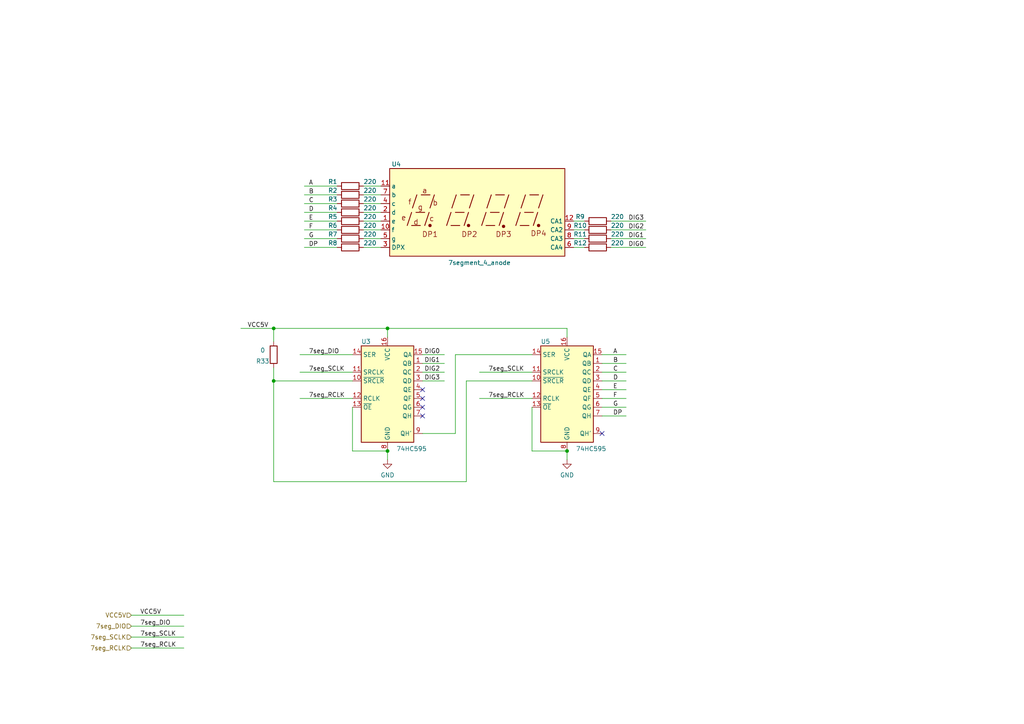
<source format=kicad_sch>
(kicad_sch (version 20211123) (generator eeschema)
  (paper "A4")
  (lib_symbols
    (symbol "74xx:74HC595"
      (property "Reference" "U" (at -7.62 13.97 0))
      (property "Value" "74HC595" (at -7.62 -16.51 0))
      (symbol "74HC595_1_0"
        (pin tri_state line (at 10.16 7.62 180) (length 2.54) (name "QB") (number "1"))
        (pin input line (at -10.16 2.54 0) (length 2.54) (name "~{SRCLR}") (number "10"))
        (pin input line (at -10.16 5.08 0) (length 2.54) (name "SRCLK") (number "11"))
        (pin input line (at -10.16 -2.54 0) (length 2.54) (name "RCLK") (number "12"))
        (pin input line (at -10.16 -5.08 0) (length 2.54) (name "~{OE}") (number "13"))
        (pin input line (at -10.16 10.16 0) (length 2.54) (name "SER") (number "14"))
        (pin tri_state line (at 10.16 10.16 180) (length 2.54) (name "QA") (number "15"))
        (pin power_in line (at 0 15.24 270) (length 2.54) (name "VCC") (number "16"))
        (pin tri_state line (at 10.16 5.08 180) (length 2.54) (name "QC") (number "2"))
        (pin tri_state line (at 10.16 2.54 180) (length 2.54) (name "QD") (number "3"))
        (pin tri_state line (at 10.16 0 180) (length 2.54) (name "QE") (number "4"))
        (pin tri_state line (at 10.16 -2.54 180) (length 2.54) (name "QF") (number "5"))
        (pin tri_state line (at 10.16 -5.08 180) (length 2.54) (name "QG") (number "6"))
        (pin tri_state line (at 10.16 -7.62 180) (length 2.54) (name "QH") (number "7"))
        (pin power_in line (at 0 -17.78 90) (length 2.54) (name "GND") (number "8"))
        (pin output line (at 10.16 -12.7 180) (length 2.54) (name "QH'") (number "9"))
      )
      (symbol "74HC595_1_1"
        (rectangle (start -7.62 12.7) (end 7.62 -15.24) (stroke (width 0.254)) (fill (type background)))
      )
    )
    (symbol "Device:R" (pin_numbers hide) (pin_names (offset 0))
      (property "Reference" "R" (at 2.032 0 90))
      (property "Value" "R" (at 0 0 90))
      (symbol "R_0_1"
        (rectangle (start -1.016 -2.54) (end 1.016 2.54) (stroke (width 0.254)))
      )
      (symbol "R_1_1"
        (pin passive line (at 0 3.81 270) (length 1.27) (name "~") (number "1"))
        (pin passive line (at 0 -3.81 90) (length 1.27) (name "~") (number "2"))
      )
    )
    (symbol "Display_7Segment_Module:7segment_4_anode"
      (property "Reference" "U" (at -24.13 13.97 0))
      (property "Value" "7segment_4_anode" (at 19.05 13.97 0))
      (property "Footprint" "Display_7Segment_Module:7segment_4_0.56" (at 0 -15.24 0))
      (symbol "7segment_4_anode_0_0"
        (rectangle (start -25.4 12.7) (end 25.4 -12.7) (stroke (width 0.254)) (fill (type background)))
        (polyline (pts (xy -20.32 -3.81) (xy -19.05 0)) (stroke (width 0.254)))
        (polyline (pts (xy -19.05 -3.81) (xy -16.51 -3.81)) (stroke (width 0.254)))
        (polyline (pts (xy -18.796 1.27) (xy -17.526 5.08)) (stroke (width 0.254)))
        (polyline (pts (xy -17.78 0) (xy -15.24 0)) (stroke (width 0.254)))
        (polyline (pts (xy -16.256 5.08) (xy -13.716 5.08)) (stroke (width 0.254)))
        (polyline (pts (xy -15.24 -3.81) (xy -13.97 0)) (stroke (width 0.254)))
        (polyline (pts (xy -13.716 1.27) (xy -12.446 5.08)) (stroke (width 0.254)))
        (polyline (pts (xy -8.89 -3.81) (xy -7.62 0)) (stroke (width 0.254)))
        (polyline (pts (xy -7.62 -3.81) (xy -5.08 -3.81)) (stroke (width 0.254)))
        (polyline (pts (xy -7.366 1.27) (xy -6.096 5.08)) (stroke (width 0.254)))
        (polyline (pts (xy -6.35 0) (xy -3.81 0)) (stroke (width 0.254)))
        (polyline (pts (xy -4.826 5.08) (xy -2.286 5.08)) (stroke (width 0.254)))
        (polyline (pts (xy -3.81 -3.81) (xy -2.54 0)) (stroke (width 0.254)))
        (polyline (pts (xy -2.286 1.27) (xy -1.016 5.08)) (stroke (width 0.254)))
        (polyline (pts (xy 1.27 -3.81) (xy 2.54 0)) (stroke (width 0.254)))
        (polyline (pts (xy 2.54 -3.81) (xy 5.08 -3.81)) (stroke (width 0.254)))
        (polyline (pts (xy 2.794 1.27) (xy 4.064 5.08)) (stroke (width 0.254)))
        (polyline (pts (xy 3.81 0) (xy 6.35 0)) (stroke (width 0.254)))
        (polyline (pts (xy 5.334 5.08) (xy 7.874 5.08)) (stroke (width 0.254)))
        (polyline (pts (xy 6.35 -3.81) (xy 7.62 0)) (stroke (width 0.254)))
        (polyline (pts (xy 7.874 1.27) (xy 9.144 5.08)) (stroke (width 0.254)))
        (polyline (pts (xy 11.176 -3.81) (xy 12.446 0)) (stroke (width 0.254)))
        (polyline (pts (xy 12.446 -3.81) (xy 14.986 -3.81)) (stroke (width 0.254)))
        (polyline (pts (xy 12.7 1.27) (xy 13.97 5.08)) (stroke (width 0.254)))
        (polyline (pts (xy 13.716 0) (xy 16.256 0)) (stroke (width 0.254)))
        (polyline (pts (xy 15.24 5.08) (xy 17.78 5.08)) (stroke (width 0.254)))
        (polyline (pts (xy 16.256 -3.81) (xy 17.526 0)) (stroke (width 0.254)))
        (polyline (pts (xy 17.78 1.27) (xy 19.05 5.08)) (stroke (width 0.254)))
        (text "a" (at -15.24 6.35 0) (effects (font (size 1.524 1.524))))
        (text "b" (at -12.192 2.794 0) (effects (font (size 1.524 1.524))))
        (text "c" (at -13.208 -1.778 0) (effects (font (size 1.524 1.524))))
        (text "d" (at -17.78 -2.794 0) (effects (font (size 1.524 1.524))))
        (text "DP1" (at -13.716 -6.35 0) (effects (font (size 1.524 1.524))))
        (text "DP2" (at -2.286 -6.35 0) (effects (font (size 1.524 1.524))))
        (text "DP3" (at 7.62 -6.35 0) (effects (font (size 1.524 1.524))))
        (text "DP4" (at 17.78 -6.096 0) (effects (font (size 1.524 1.524))))
        (text "e" (at -21.336 -1.524 0) (effects (font (size 1.524 1.524))))
        (text "f" (at -19.558 3.048 0) (effects (font (size 1.524 1.524))))
        (text "g" (at -16.51 1.524 0) (effects (font (size 1.524 1.524))))
      )
      (symbol "7segment_4_anode_0_1"
        (circle (center -13.716 -3.81) (radius 0.3556) (stroke (width 0.254)) (fill (type outline)))
        (circle (center -2.54 -3.81) (radius 0.3556) (stroke (width 0.254)) (fill (type outline)))
      )
      (symbol "7segment_4_anode_1_0"
        (circle (center 7.62 -4.064) (radius 0.3556) (stroke (width 0.254)) (fill (type outline)))
        (circle (center 17.78 -3.81) (radius 0.3556) (stroke (width 0.254)) (fill (type outline)))
      )
      (symbol "7segment_4_anode_1_1"
        (pin input line (at -27.94 -2.54 0) (length 2.54) (name "e") (number "1"))
        (pin input line (at -27.94 -5.08 0) (length 2.54) (name "f") (number "10"))
        (pin input line (at -27.94 7.62 0) (length 2.54) (name "a") (number "11"))
        (pin input line (at 27.94 -2.54 180) (length 2.54) (name "CA1") (number "12"))
        (pin input line (at -27.94 0 0) (length 2.54) (name "d") (number "2"))
        (pin input line (at -27.94 -10.16 0) (length 2.54) (name "DPX") (number "3"))
        (pin input line (at -27.94 2.54 0) (length 2.54) (name "c") (number "4"))
        (pin input line (at -27.94 -7.62 0) (length 2.54) (name "g") (number "5"))
        (pin input line (at 27.94 -10.16 180) (length 2.54) (name "CA4") (number "6"))
        (pin input line (at -27.94 5.08 0) (length 2.54) (name "b") (number "7"))
        (pin input line (at 27.94 -7.62 180) (length 2.54) (name "CA3") (number "8"))
        (pin input line (at 27.94 -5.08 180) (length 2.54) (name "CA2") (number "9"))
      )
    )
    (symbol "power:GND" (power) (pin_names (offset 0))
      (property "Value" "GND" (at 0 -3.81 0))
      (symbol "GND_0_1"
        (polyline (pts (xy 0 0) (xy 0 -1.27) (xy 1.27 -1.27) (xy 0 -2.54) (xy -1.27 -1.27) (xy 0 -1.27)))
      )
      (symbol "GND_1_1"
        (pin power_in line (at 0 0 270) (length 0) hide (name "GND") (number "1"))
      )
    )
  )
  (junction (at 112.395 130.81))
  (junction (at 164.465 130.81))
  (junction (at 79.375 95.25))
  (junction (at 112.395 95.25))
  (junction (at 79.375 110.49))
  (no_connect (at 122.555 113.03))
  (no_connect (at 122.555 115.57))
  (no_connect (at 122.555 120.65))
  (no_connect (at 122.555 118.11))
  (no_connect (at 174.625 125.73))
  (wire (pts (xy 174.625 118.11) (xy 181.61 118.11)))
  (wire (pts (xy 86.995 102.87) (xy 102.235 102.87)))
  (wire (pts (xy 38.1 187.96) (xy 53.34 187.96)))
  (wire (pts (xy 122.555 125.73) (xy 132.08 125.73)))
  (wire (pts (xy 38.1 181.61) (xy 53.34 181.61)))
  (wire (pts (xy 38.1 184.785) (xy 53.34 184.785)))
  (wire (pts (xy 88.265 59.055) (xy 97.79 59.055)))
  (wire (pts (xy 102.235 130.81) (xy 112.395 130.81)))
  (wire (pts (xy 88.265 71.755) (xy 97.79 71.755)))
  (wire (pts (xy 166.37 71.755) (xy 169.545 71.755)))
  (wire (pts (xy 166.37 66.675) (xy 169.545 66.675)))
  (wire (pts (xy 79.375 95.25) (xy 112.395 95.25)))
  (wire (pts (xy 174.625 110.49) (xy 181.61 110.49)))
  (wire (pts (xy 132.08 102.87) (xy 154.305 102.87)))
  (wire (pts (xy 177.165 66.675) (xy 187.325 66.675)))
  (wire (pts (xy 86.995 115.57) (xy 102.235 115.57)))
  (wire (pts (xy 177.165 71.755) (xy 187.325 71.755)))
  (wire (pts (xy 105.41 56.515) (xy 110.49 56.515)))
  (wire (pts (xy 177.165 64.135) (xy 187.325 64.135)))
  (wire (pts (xy 102.235 118.11) (xy 102.235 130.81)))
  (wire (pts (xy 135.255 110.49) (xy 135.255 139.7)))
  (wire (pts (xy 112.395 95.25) (xy 164.465 95.25)))
  (wire (pts (xy 139.065 107.95) (xy 154.305 107.95)))
  (wire (pts (xy 154.305 130.81) (xy 164.465 130.81)))
  (wire (pts (xy 164.465 97.79) (xy 164.465 95.25)))
  (wire (pts (xy 105.41 71.755) (xy 110.49 71.755)))
  (wire (pts (xy 105.41 69.215) (xy 110.49 69.215)))
  (wire (pts (xy 128.905 102.87) (xy 122.555 102.87)))
  (wire (pts (xy 128.905 110.49) (xy 122.555 110.49)))
  (wire (pts (xy 105.41 61.595) (xy 110.49 61.595)))
  (wire (pts (xy 154.305 118.11) (xy 154.305 130.81)))
  (wire (pts (xy 174.625 105.41) (xy 181.61 105.41)))
  (wire (pts (xy 79.375 110.49) (xy 102.235 110.49)))
  (wire (pts (xy 88.265 53.975) (xy 97.79 53.975)))
  (wire (pts (xy 88.265 56.515) (xy 97.79 56.515)))
  (wire (pts (xy 132.08 125.73) (xy 132.08 102.87)))
  (wire (pts (xy 112.395 130.81) (xy 112.395 133.35)))
  (wire (pts (xy 88.265 61.595) (xy 97.79 61.595)))
  (wire (pts (xy 38.1 178.435) (xy 53.34 178.435)))
  (wire (pts (xy 135.255 110.49) (xy 154.305 110.49)))
  (wire (pts (xy 128.905 105.41) (xy 122.555 105.41)))
  (wire (pts (xy 69.85 95.25) (xy 79.375 95.25)))
  (wire (pts (xy 105.41 66.675) (xy 110.49 66.675)))
  (wire (pts (xy 79.375 95.25) (xy 79.375 99.06)))
  (wire (pts (xy 166.37 64.135) (xy 169.545 64.135)))
  (wire (pts (xy 177.165 69.215) (xy 187.325 69.215)))
  (wire (pts (xy 88.265 69.215) (xy 97.79 69.215)))
  (wire (pts (xy 174.625 120.65) (xy 181.61 120.65)))
  (wire (pts (xy 139.065 115.57) (xy 154.305 115.57)))
  (wire (pts (xy 135.255 139.7) (xy 79.375 139.7)))
  (wire (pts (xy 166.37 69.215) (xy 169.545 69.215)))
  (wire (pts (xy 79.375 110.49) (xy 79.375 139.7)))
  (wire (pts (xy 112.395 97.79) (xy 112.395 95.25)))
  (wire (pts (xy 174.625 107.95) (xy 181.61 107.95)))
  (wire (pts (xy 86.995 107.95) (xy 102.235 107.95)))
  (wire (pts (xy 88.265 64.135) (xy 97.79 64.135)))
  (wire (pts (xy 174.625 115.57) (xy 181.61 115.57)))
  (wire (pts (xy 88.265 66.675) (xy 97.79 66.675)))
  (wire (pts (xy 105.41 64.135) (xy 110.49 64.135)))
  (wire (pts (xy 79.375 106.68) (xy 79.375 110.49)))
  (wire (pts (xy 174.625 113.03) (xy 181.61 113.03)))
  (wire (pts (xy 164.465 130.81) (xy 164.465 133.35)))
  (wire (pts (xy 105.41 53.975) (xy 110.49 53.975)))
  (wire (pts (xy 105.41 59.055) (xy 110.49 59.055)))
  (wire (pts (xy 174.625 102.87) (xy 181.61 102.87)))
  (wire (pts (xy 128.905 107.95) (xy 122.555 107.95)))
  (label "F" (at 177.8 115.57 0))
  (label "DP" (at 177.8 120.65 0))
  (label "C" (at 89.535 59.055 0))
  (label "VCC5V" (at 71.755 95.25 0))
  (label "7seg_SCLK" (at 141.605 107.95 0))
  (label "DIG2" (at 127.635 107.95 180))
  (label "DIG2" (at 182.245 66.675 0))
  (label "7seg_DIO" (at 40.64 181.61 0))
  (label "DIG3" (at 127.635 110.49 180))
  (label "C" (at 177.8 107.95 0))
  (label "DP" (at 89.535 71.755 0))
  (label "DIG0" (at 182.245 71.755 0))
  (label "7seg_RCLK" (at 141.605 115.57 0))
  (label "G" (at 177.8 118.11 0))
  (label "7seg_RCLK" (at 89.535 115.57 0))
  (label "D" (at 89.535 61.595 0))
  (label "7seg_DIO" (at 89.535 102.87 0))
  (label "VCC5V" (at 40.64 178.435 0))
  (label "7seg_SCLK" (at 89.535 107.95 0))
  (label "B" (at 89.535 56.515 0))
  (label "G" (at 89.535 69.215 0))
  (label "DIG3" (at 182.245 64.135 0))
  (label "B" (at 177.8 105.41 0))
  (label "DIG1" (at 127.635 105.41 180))
  (label "A" (at 177.8 102.87 0))
  (label "D" (at 177.8 110.49 0))
  (label "F" (at 89.535 66.675 0))
  (label "7seg_SCLK" (at 40.64 184.785 0))
  (label "E" (at 177.8 113.03 0))
  (label "A" (at 89.535 53.975 0))
  (label "DIG1" (at 182.245 69.215 0))
  (label "7seg_RCLK" (at 40.64 187.96 0))
  (label "E" (at 89.535 64.135 0))
  (label "DIG0" (at 127.635 102.87 180))
  (hierarchical_label "7seg_DIO" (shape input) (at 38.1 181.61 180))
  (hierarchical_label "7seg_RCLK" (shape input) (at 38.1 187.96 180))
  (hierarchical_label "7seg_SCLK" (shape input) (at 38.1 184.785 180))
  (hierarchical_label "VCC5V" (shape input) (at 38.1 178.435 180))
  (symbol (lib_id "power:GND") (at 164.465 133.35 0) (unit 1)
    (property "Reference" "#PWR01" (effects hide))
    (property "Value" "GND" (at 164.465 137.795 0))
  )
  (symbol (lib_id "Device:R") (at 173.355 71.755 90) (unit 1)
    (property "Reference" "R12" (at 168.275 70.485 90))
    (property "Value" "220" (at 179.07 70.485 90))
    (property "Footprint" "Resistor_SMD:R_0603_1608Metric" (effects hide))
  )
  (symbol (lib_id "Device:R") (at 101.6 61.595 90) (unit 1)
    (property "Reference" "R4" (at 96.52 60.325 90))
    (property "Value" "220" (at 107.315 60.325 90))
    (property "Footprint" "Resistor_SMD:R_0603_1608Metric" (effects hide))
  )
  (symbol (lib_id "74xx:74HC595") (at 112.395 113.03 0) (unit 1)
    (property "Reference" "U3" (at 104.775 99.06 0) (effects (justify left)))
    (property "Value" "74HC595" (at 114.935 130.175 0) (effects (justify left)))
    (property "Footprint" "Package_SO:SOIC-16_3.9x9.9mm_P1.27mm" (effects hide))
    (property "Datasheet" "http://www.ti.com/lit/ds/symlink/sn74hc595.pdf" (effects hide))
  )
  (symbol (lib_id "power:GND") (at 112.395 133.35 0) (unit 1)
    (property "Reference" "#PWR0113" (effects hide))
    (property "Value" "GND" (at 112.395 137.795 0))
  )
  (symbol (lib_id "Device:R") (at 173.355 69.215 90) (unit 1)
    (property "Reference" "R11" (at 168.275 67.945 90))
    (property "Value" "220" (at 179.07 67.945 90))
    (property "Footprint" "Resistor_SMD:R_0603_1608Metric" (effects hide))
  )
  (symbol (lib_id "Device:R") (at 101.6 64.135 90) (unit 1)
    (property "Reference" "R5" (at 96.52 62.865 90))
    (property "Value" "220" (at 107.315 62.865 90))
    (property "Footprint" "Resistor_SMD:R_0603_1608Metric" (effects hide))
  )
  (symbol (lib_id "Device:R") (at 101.6 59.055 90) (unit 1)
    (property "Reference" "R3" (at 96.52 57.785 90))
    (property "Value" "220" (at 107.315 57.785 90))
    (property "Footprint" "Resistor_SMD:R_0603_1608Metric" (effects hide))
  )
  (symbol (lib_id "Device:R") (at 101.6 71.755 90) (unit 1)
    (property "Reference" "R8" (at 96.52 70.485 90))
    (property "Value" "220" (at 107.315 70.485 90))
    (property "Footprint" "Resistor_SMD:R_0603_1608Metric" (effects hide))
  )
  (symbol (lib_id "74xx:74HC595") (at 164.465 113.03 0) (unit 1)
    (property "Reference" "U5" (at 156.845 99.06 0) (effects (justify left)))
    (property "Value" "74HC595" (at 167.005 130.175 0) (effects (justify left)))
    (property "Footprint" "Package_SO:SOIC-16_3.9x9.9mm_P1.27mm" (effects hide))
    (property "Datasheet" "http://www.ti.com/lit/ds/symlink/sn74hc595.pdf" (effects hide))
  )
  (symbol (lib_id "Device:R") (at 173.355 66.675 90) (unit 1)
    (property "Reference" "R10" (at 168.275 65.405 90))
    (property "Value" "220" (at 179.07 65.405 90))
    (property "Footprint" "Resistor_SMD:R_0603_1608Metric" (effects hide))
  )
  (symbol (lib_id "Device:R") (at 173.355 64.135 90) (unit 1)
    (property "Reference" "R9" (at 168.275 62.865 90))
    (property "Value" "220" (at 179.07 62.865 90))
    (property "Footprint" "Resistor_SMD:R_0603_1608Metric" (effects hide))
  )
  (symbol (lib_id "Device:R") (at 101.6 56.515 90) (unit 1)
    (property "Reference" "R2" (at 96.52 55.245 90))
    (property "Value" "220" (at 107.315 55.245 90))
    (property "Footprint" "Resistor_SMD:R_0603_1608Metric" (effects hide))
  )
  (symbol (lib_id "Device:R") (at 79.375 102.87 180) (unit 1)
    (property "Reference" "R33" (at 76.2 104.775 0))
    (property "Value" "0" (at 76.2 101.6 0))
    (property "Footprint" "Resistor_SMD:R_0603_1608Metric" (effects hide))
  )
  (symbol (lib_id "Device:R") (at 101.6 69.215 90) (unit 1)
    (property "Reference" "R7" (at 96.52 67.945 90))
    (property "Value" "220" (at 107.315 67.945 90))
    (property "Footprint" "Resistor_SMD:R_0603_1608Metric" (effects hide))
  )
  (symbol (lib_id "Display_7Segment_Module:7segment_4_anode") (at 138.43 61.595 0) (unit 1)
    (property "Reference" "U4" (at 114.935 47.625 0))
    (property "Value" "7segment_4_anode" (at 139.065 76.2 0))
    (property "Footprint" "Display_7Segment_Module:7segment_4_0.56" (effects hide))
  )
  (symbol (lib_id "Device:R") (at 101.6 66.675 90) (unit 1)
    (property "Reference" "R6" (at 96.52 65.405 90))
    (property "Value" "220" (at 107.315 65.405 90))
    (property "Footprint" "Resistor_SMD:R_0603_1608Metric" (effects hide))
  )
  (symbol (lib_id "Device:R") (at 101.6 53.975 90) (unit 1)
    (property "Reference" "R1" (at 96.52 52.705 90))
    (property "Value" "220" (at 107.315 52.705 90))
    (property "Footprint" "Resistor_SMD:R_0603_1608Metric" (effects hide))
  )
)
</source>
